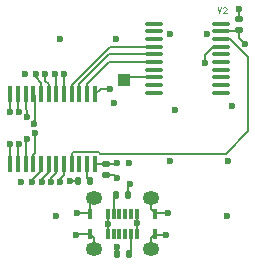
<source format=gbr>
%TF.GenerationSoftware,KiCad,Pcbnew,8.0.8*%
%TF.CreationDate,2025-09-03T22:29:27+08:00*%
%TF.ProjectId,FrekLedMini,4672656b-4c65-4644-9d69-6e692e6b6963,rev?*%
%TF.SameCoordinates,Original*%
%TF.FileFunction,Copper,L1,Top*%
%TF.FilePolarity,Positive*%
%FSLAX46Y46*%
G04 Gerber Fmt 4.6, Leading zero omitted, Abs format (unit mm)*
G04 Created by KiCad (PCBNEW 8.0.8) date 2025-09-03 22:29:27*
%MOMM*%
%LPD*%
G01*
G04 APERTURE LIST*
G04 Aperture macros list*
%AMRoundRect*
0 Rectangle with rounded corners*
0 $1 Rounding radius*
0 $2 $3 $4 $5 $6 $7 $8 $9 X,Y pos of 4 corners*
0 Add a 4 corners polygon primitive as box body*
4,1,4,$2,$3,$4,$5,$6,$7,$8,$9,$2,$3,0*
0 Add four circle primitives for the rounded corners*
1,1,$1+$1,$2,$3*
1,1,$1+$1,$4,$5*
1,1,$1+$1,$6,$7*
1,1,$1+$1,$8,$9*
0 Add four rect primitives between the rounded corners*
20,1,$1+$1,$2,$3,$4,$5,0*
20,1,$1+$1,$4,$5,$6,$7,0*
20,1,$1+$1,$6,$7,$8,$9,0*
20,1,$1+$1,$8,$9,$2,$3,0*%
G04 Aperture macros list end*
%ADD10C,0.080000*%
%TA.AperFunction,NonConductor*%
%ADD11C,0.080000*%
%TD*%
%TA.AperFunction,SMDPad,CuDef*%
%ADD12R,0.300000X0.870000*%
%TD*%
%TA.AperFunction,ComponentPad*%
%ADD13O,1.400000X1.150000*%
%TD*%
%TA.AperFunction,SMDPad,CuDef*%
%ADD14RoundRect,0.135000X-0.135000X-0.185000X0.135000X-0.185000X0.135000X0.185000X-0.135000X0.185000X0*%
%TD*%
%TA.AperFunction,SMDPad,CuDef*%
%ADD15RoundRect,0.140000X-0.170000X0.140000X-0.170000X-0.140000X0.170000X-0.140000X0.170000X0.140000X0*%
%TD*%
%TA.AperFunction,SMDPad,CuDef*%
%ADD16RoundRect,0.100000X0.637500X0.100000X-0.637500X0.100000X-0.637500X-0.100000X0.637500X-0.100000X0*%
%TD*%
%TA.AperFunction,SMDPad,CuDef*%
%ADD17RoundRect,0.135000X0.135000X0.185000X-0.135000X0.185000X-0.135000X-0.185000X0.135000X-0.185000X0*%
%TD*%
%TA.AperFunction,SMDPad,CuDef*%
%ADD18R,1.000000X1.000000*%
%TD*%
%TA.AperFunction,SMDPad,CuDef*%
%ADD19R,0.355600X1.358900*%
%TD*%
%TA.AperFunction,SMDPad,CuDef*%
%ADD20RoundRect,0.140000X0.170000X-0.140000X0.170000X0.140000X-0.170000X0.140000X-0.170000X-0.140000X0*%
%TD*%
%TA.AperFunction,ViaPad*%
%ADD21C,0.600000*%
%TD*%
%TA.AperFunction,Conductor*%
%ADD22C,0.200000*%
%TD*%
G04 APERTURE END LIST*
D10*
D11*
X119000250Y-100534649D02*
X119166916Y-101034649D01*
X119166916Y-101034649D02*
X119333583Y-100534649D01*
X119476440Y-100582268D02*
X119500249Y-100558459D01*
X119500249Y-100558459D02*
X119547868Y-100534649D01*
X119547868Y-100534649D02*
X119666916Y-100534649D01*
X119666916Y-100534649D02*
X119714535Y-100558459D01*
X119714535Y-100558459D02*
X119738344Y-100582268D01*
X119738344Y-100582268D02*
X119762154Y-100629887D01*
X119762154Y-100629887D02*
X119762154Y-100677506D01*
X119762154Y-100677506D02*
X119738344Y-100748935D01*
X119738344Y-100748935D02*
X119452630Y-101034649D01*
X119452630Y-101034649D02*
X119762154Y-101034649D01*
D12*
%TO.P,J1,A1,GND_A*%
%TO.N,GND*%
X113700000Y-119715000D03*
%TO.P,J1,A4,VBUS_A*%
%TO.N,+5V*%
X112200000Y-119715000D03*
%TO.P,J1,A5,CC1*%
%TO.N,/CC1*%
X111700000Y-119715000D03*
%TO.P,J1,A6,DP1*%
%TO.N,unconnected-(J1-DP1-PadA6)*%
X111200000Y-119715000D03*
%TO.P,J1,A7,DN1*%
%TO.N,unconnected-(J1-DN1-PadA7)*%
X110700000Y-119715000D03*
%TO.P,J1,A8,SBU1*%
%TO.N,unconnected-(J1-SBU1-PadA8)*%
X110200000Y-119715000D03*
%TO.P,J1,A9,VBUS_A__1*%
%TO.N,+5V*%
X109700000Y-119715000D03*
%TO.P,J1,A12,GND_A__1*%
%TO.N,GND*%
X108200000Y-119715000D03*
%TO.P,J1,B1,GND_B*%
X108200000Y-117985000D03*
%TO.P,J1,B4,VBUS_B*%
%TO.N,+5V*%
X109700000Y-117985000D03*
%TO.P,J1,B5,CC2*%
%TO.N,/CC2*%
X110200000Y-117985000D03*
%TO.P,J1,B6,DP2*%
%TO.N,unconnected-(J1-DP2-PadB6)*%
X110700000Y-117985000D03*
%TO.P,J1,B7,DN2*%
%TO.N,unconnected-(J1-DN2-PadB7)*%
X111200000Y-117985000D03*
%TO.P,J1,B8,SBU2*%
%TO.N,unconnected-(J1-SBU2-PadB8)*%
X111700000Y-117985000D03*
%TO.P,J1,B9,VBUS_B__1*%
%TO.N,+5V*%
X112200000Y-117985000D03*
%TO.P,J1,B12,GND_B__1*%
%TO.N,GND*%
X113700000Y-117985000D03*
D13*
%TO.P,J1,SH1,SHIELD*%
X113350000Y-121000000D03*
%TO.P,J1,SH2,SHIELD__1*%
X108550000Y-121000000D03*
%TO.P,J1,SH3,SHIELD__2*%
X113350000Y-116700000D03*
%TO.P,J1,SH4,SHIELD__3*%
X108550000Y-116700000D03*
%TD*%
D14*
%TO.P,R5,1*%
%TO.N,/CC2*%
X110380000Y-116400000D03*
%TO.P,R5,2*%
%TO.N,GND*%
X111400000Y-116400000D03*
%TD*%
D15*
%TO.P,C3,1*%
%TO.N,+5V*%
X109600000Y-113800000D03*
%TO.P,C3,2*%
%TO.N,GND*%
X109600000Y-114760000D03*
%TD*%
D16*
%TO.P,U1,1,PD4_A7_T2AETR2*%
%TO.N,unconnected-(U1-PD4_A7_T2AETR2-Pad1)*%
X119325000Y-107750000D03*
%TO.P,U1,2,PD5_A5_UART_TX*%
%TO.N,unconnected-(U1-PD5_A5_UART_TX-Pad2)*%
X119325000Y-107100000D03*
%TO.P,U1,3,PD6_A6_UART_RX*%
%TO.N,unconnected-(U1-PD6_A6_UART_RX-Pad3)*%
X119325000Y-106450000D03*
%TO.P,U1,4,PD7_NRST_T2CH4*%
%TO.N,unconnected-(U1-PD7_NRST_T2CH4-Pad4)*%
X119325000Y-105800000D03*
%TO.P,U1,5,PA1_A1_T1CH2_OSCI*%
%TO.N,unconnected-(U1-PA1_A1_T1CH2_OSCI-Pad5)*%
X119325000Y-105150000D03*
%TO.P,U1,6,PA2_A0_T1CH2N_OSCO*%
%TO.N,unconnected-(U1-PA2_A0_T1CH2N_OSCO-Pad6)*%
X119325000Y-104500000D03*
%TO.P,U1,7,vss*%
%TO.N,GND*%
X119325000Y-103850000D03*
%TO.P,U1,8,PD0_T1CH1N*%
%TO.N,/EN*%
X119325000Y-103200000D03*
%TO.P,U1,9,VDD*%
%TO.N,+5V*%
X119325000Y-102550000D03*
%TO.P,U1,10,PC0_T2CH3*%
%TO.N,unconnected-(U1-PC0_T2CH3-Pad10)*%
X119325000Y-101900000D03*
%TO.P,U1,11,PC1_SDA*%
%TO.N,unconnected-(U1-PC1_SDA-Pad11)*%
X113600000Y-101900000D03*
%TO.P,U1,12,PC2_SCL*%
%TO.N,unconnected-(U1-PC2_SCL-Pad12)*%
X113600000Y-102550000D03*
%TO.P,U1,13,PC3*%
%TO.N,unconnected-(U1-PC3-Pad13)*%
X113600000Y-103200000D03*
%TO.P,U1,14,PC4_A2_T1CH4*%
%TO.N,/SCKLA*%
X113600000Y-103850000D03*
%TO.P,U1,15,PC5_SCK*%
%TO.N,/SCK*%
X113600000Y-104500000D03*
%TO.P,U1,16,PC6_MOSI*%
%TO.N,/MOSI*%
X113600000Y-105150000D03*
%TO.P,U1,17,PC7_MISO*%
%TO.N,unconnected-(U1-PC7_MISO-Pad17)*%
X113600000Y-105800000D03*
%TO.P,U1,18,SWIO&PD1_T1CH3N*%
%TO.N,/SWIO_TP*%
X113600000Y-106450000D03*
%TO.P,U1,19,PD2_A3_T2CH1*%
%TO.N,unconnected-(U1-PD2_A3_T2CH1-Pad19)*%
X113600000Y-107100000D03*
%TO.P,U1,20,PD2_A4_T1CH2*%
%TO.N,unconnected-(U1-PD2_A4_T1CH2-Pad20)*%
X113600000Y-107750000D03*
%TD*%
D17*
%TO.P,R1,1*%
%TO.N,/R_EXT*%
X108200000Y-115200000D03*
%TO.P,R1,2*%
%TO.N,GND*%
X107180000Y-115200000D03*
%TD*%
D18*
%TO.P,TP1,1,1*%
%TO.N,/SWIO_TP*%
X111100000Y-106700000D03*
%TD*%
D19*
%TO.P,U2,1,GND*%
%TO.N,GND*%
X108599916Y-107900000D03*
%TO.P,U2,2,SDI*%
%TO.N,/MOSI*%
X107949930Y-107900000D03*
%TO.P,U2,3,CLK*%
%TO.N,/SCK*%
X107299944Y-107900000D03*
%TO.P,U2,4,LE*%
%TO.N,/SCKLA*%
X106649958Y-107900000D03*
%TO.P,U2,5,OUT0*%
%TO.N,/LED1*%
X105999972Y-107900000D03*
%TO.P,U2,6,OUT1*%
%TO.N,/LED2*%
X105349986Y-107900000D03*
%TO.P,U2,7,OUT2*%
%TO.N,/LED3*%
X104700000Y-107900000D03*
%TO.P,U2,8,OUT3*%
%TO.N,/LED4*%
X104050014Y-107900000D03*
%TO.P,U2,9,OUT4*%
%TO.N,/LED5*%
X103400028Y-107900000D03*
%TO.P,U2,10,OUT5*%
%TO.N,/LED6*%
X102750042Y-107900000D03*
%TO.P,U2,11,OUT6*%
%TO.N,/LED7*%
X102100056Y-107900000D03*
%TO.P,U2,12,OUT7*%
%TO.N,/LED8*%
X101450070Y-107900000D03*
%TO.P,U2,13,OUT8*%
%TO.N,/LED9*%
X101450070Y-113754700D03*
%TO.P,U2,14,OUT9*%
%TO.N,/LED10*%
X102100056Y-113754700D03*
%TO.P,U2,15,OUT10*%
%TO.N,/LED11*%
X102750042Y-113754700D03*
%TO.P,U2,16,OUT11*%
%TO.N,/LED12*%
X103400028Y-113754700D03*
%TO.P,U2,17,OUT12*%
%TO.N,/LED13*%
X104050014Y-113754700D03*
%TO.P,U2,18,OUT13*%
%TO.N,/LED14*%
X104700000Y-113754700D03*
%TO.P,U2,19,OUT14*%
%TO.N,/LED15*%
X105349986Y-113754700D03*
%TO.P,U2,20,OUT15*%
%TO.N,/LED16*%
X105999972Y-113754700D03*
%TO.P,U2,21,OE*%
%TO.N,/EN*%
X106649958Y-113754700D03*
%TO.P,U2,22,SDO*%
%TO.N,unconnected-(U2A-SDO-Pad22)*%
X107299944Y-113754700D03*
%TO.P,U2,23,R-EXT*%
%TO.N,/R_EXT*%
X107949930Y-113754700D03*
%TO.P,U2,24,VDD*%
%TO.N,+5V*%
X108599916Y-113754700D03*
%TD*%
D17*
%TO.P,R4,2*%
%TO.N,GND*%
X110480000Y-121400000D03*
%TO.P,R4,1*%
%TO.N,/CC1*%
X111500000Y-121400000D03*
%TD*%
D20*
%TO.P,C1,1*%
%TO.N,+5V*%
X120800000Y-102460000D03*
%TO.P,C1,2*%
%TO.N,GND*%
X120800000Y-101500000D03*
%TD*%
D21*
%TO.N,GND*%
X110500000Y-120800000D03*
X111600000Y-115500000D03*
%TO.N,+5V*%
X110500000Y-113700000D03*
X111500000Y-113700000D03*
X112200000Y-118800000D03*
X105350000Y-118200000D03*
X102700000Y-106200000D03*
X110400000Y-103200000D03*
X119900000Y-113500000D03*
X110200000Y-108600000D03*
X115000000Y-113500000D03*
X115000000Y-102800000D03*
X120200000Y-108900000D03*
X109700000Y-118900000D03*
X118100000Y-102800000D03*
X105700000Y-103200000D03*
X102400000Y-115300000D03*
X115400000Y-109200000D03*
X119800000Y-118200000D03*
X121305514Y-103594486D03*
%TO.N,GND*%
X106500000Y-115200000D03*
X114600000Y-119800000D03*
X107000000Y-119800000D03*
X114800000Y-117900000D03*
X117900000Y-105200000D03*
X120800000Y-100700000D03*
X110500000Y-115000000D03*
X109900000Y-107400000D03*
X107100000Y-117900000D03*
%TO.N,/LED1*%
X106000000Y-106200000D03*
%TO.N,/LED2*%
X105200000Y-106200000D03*
%TO.N,/LED3*%
X104400000Y-106200000D03*
%TO.N,/LED4*%
X103600000Y-106200000D03*
%TO.N,/LED5*%
X103487349Y-110363784D03*
%TO.N,/LED6*%
X102910002Y-109810002D03*
%TO.N,/LED7*%
X102200000Y-109400000D03*
%TO.N,/LED8*%
X101400000Y-109400000D03*
%TO.N,/LED9*%
X101400000Y-112100000D03*
%TO.N,/LED10*%
X102200000Y-112100000D03*
%TO.N,/LED11*%
X102862228Y-111637772D03*
%TO.N,/LED12*%
X103506525Y-111163557D03*
%TO.N,/LED13*%
X103299988Y-115300000D03*
%TO.N,/LED14*%
X104099991Y-115300000D03*
%TO.N,/LED15*%
X104900000Y-115300000D03*
%TO.N,/LED16*%
X105700000Y-115300000D03*
%TD*%
D22*
%TO.N,GND*%
X110480000Y-120820000D02*
X110500000Y-120800000D01*
X110480000Y-121400000D02*
X110480000Y-120820000D01*
X110480000Y-120820000D02*
X110480000Y-121500000D01*
%TO.N,/CC2*%
X110200000Y-116580000D02*
X110380000Y-116400000D01*
X110200000Y-117985000D02*
X110200000Y-116580000D01*
%TO.N,GND*%
X111400000Y-116600000D02*
X111400000Y-115700000D01*
X111400000Y-115700000D02*
X111600000Y-115500000D01*
X113785000Y-119800000D02*
X113700000Y-119715000D01*
X114600000Y-119800000D02*
X113785000Y-119800000D01*
X107000000Y-119800000D02*
X107085000Y-119715000D01*
X107085000Y-119715000D02*
X108200000Y-119715000D01*
%TO.N,+5V*%
X112200000Y-117985000D02*
X112200000Y-118800000D01*
X109700000Y-119715000D02*
X109700000Y-118900000D01*
X109700000Y-118900000D02*
X109700000Y-117985000D01*
X112200000Y-118800000D02*
X112200000Y-119715000D01*
%TO.N,/CC1*%
X111700000Y-121300000D02*
X111500000Y-121500000D01*
X111700000Y-119715000D02*
X111700000Y-121300000D01*
%TO.N,+5V*%
X108599916Y-113754700D02*
X109554700Y-113754700D01*
X110400000Y-113800000D02*
X109600000Y-113800000D01*
X110500000Y-113700000D02*
X110400000Y-113800000D01*
X120800000Y-102460000D02*
X120800000Y-103088972D01*
X120710000Y-102550000D02*
X120800000Y-102460000D01*
X119325000Y-102550000D02*
X120710000Y-102550000D01*
X120800000Y-103088972D02*
X121305514Y-103594486D01*
X109554700Y-113754700D02*
X109600000Y-113800000D01*
%TO.N,GND*%
X108115000Y-117900000D02*
X108200000Y-117985000D01*
X107100000Y-117900000D02*
X108115000Y-117900000D01*
X118587501Y-103850000D02*
X117900000Y-104537501D01*
X113350000Y-120065000D02*
X113700000Y-119715000D01*
X108200000Y-117985000D02*
X108200000Y-117050000D01*
X109099916Y-107400000D02*
X108599916Y-107900000D01*
X108200000Y-117050000D02*
X108550000Y-116700000D01*
X114800000Y-117900000D02*
X113785000Y-117900000D01*
X108550000Y-120065000D02*
X108200000Y-119715000D01*
X106500000Y-115200000D02*
X107090000Y-115200000D01*
X120800000Y-101300000D02*
X120800000Y-100700000D01*
X110500000Y-115000000D02*
X110260000Y-114760000D01*
X110260000Y-114760000D02*
X109600000Y-114760000D01*
X109900000Y-107400000D02*
X109099916Y-107400000D01*
X113350000Y-117635000D02*
X113700000Y-117985000D01*
X108550000Y-121000000D02*
X108550000Y-120065000D01*
X119325000Y-103850000D02*
X118587501Y-103850000D01*
X113350000Y-116700000D02*
X113350000Y-117635000D01*
X117900000Y-104537501D02*
X117900000Y-105200000D01*
X113350000Y-121000000D02*
X113350000Y-120065000D01*
X113785000Y-117900000D02*
X113700000Y-117985000D01*
%TO.N,/EN*%
X121600000Y-104737501D02*
X120062499Y-103200000D01*
X109057716Y-112900000D02*
X119700000Y-112900000D01*
X106802144Y-112795250D02*
X108952966Y-112795250D01*
X106649958Y-112947436D02*
X106802144Y-112795250D01*
X119700000Y-112900000D02*
X121600000Y-111000000D01*
X121600000Y-111000000D02*
X121600000Y-104737501D01*
X120062499Y-103200000D02*
X119325000Y-103200000D01*
X108952966Y-112795250D02*
X109057716Y-112900000D01*
X106649958Y-113754700D02*
X106649958Y-112947436D01*
%TO.N,/SCK*%
X109800000Y-104500000D02*
X107299944Y-107000056D01*
X113900000Y-104500000D02*
X109800000Y-104500000D01*
X107299944Y-107000056D02*
X107299944Y-107900000D01*
%TO.N,/MOSI*%
X113900000Y-105150000D02*
X109820480Y-105150000D01*
X109820480Y-105150000D02*
X107949930Y-107020550D01*
X107949930Y-107020550D02*
X107949930Y-107900000D01*
%TO.N,/SCKLA*%
X109884314Y-103850000D02*
X106649958Y-107084356D01*
X113900000Y-103850000D02*
X109884314Y-103850000D01*
X106649958Y-107084356D02*
X106649958Y-107900000D01*
%TO.N,/LED1*%
X105999972Y-107900000D02*
X105999972Y-106200028D01*
X105999972Y-106200028D02*
X106000000Y-106200000D01*
%TO.N,/LED2*%
X105349986Y-107900000D02*
X105349986Y-106349986D01*
X105349986Y-106349986D02*
X105200000Y-106200000D01*
%TO.N,/LED3*%
X104700000Y-107900000D02*
X104700000Y-107020550D01*
X104400000Y-106720550D02*
X104400000Y-106200000D01*
X104700000Y-107020550D02*
X104400000Y-106720550D01*
%TO.N,/LED4*%
X104050014Y-107900000D02*
X104050014Y-106907966D01*
X104050014Y-106907966D02*
X103600000Y-106457952D01*
X103600000Y-106457952D02*
X103600000Y-106200000D01*
%TO.N,/LED5*%
X103487349Y-110363784D02*
X103487349Y-110081184D01*
X103510002Y-108009974D02*
X103400028Y-107900000D01*
X103487349Y-110081184D02*
X103510002Y-110058531D01*
X103510002Y-110058531D02*
X103510002Y-108009974D01*
%TO.N,/LED6*%
X102910002Y-109810002D02*
X102910002Y-109261473D01*
X102910002Y-109261473D02*
X102750042Y-109101513D01*
X102750042Y-109101513D02*
X102750042Y-107900000D01*
%TO.N,/LED7*%
X102100056Y-107900000D02*
X102100056Y-109300056D01*
X102100056Y-109300056D02*
X102200000Y-109400000D01*
%TO.N,/LED8*%
X101450070Y-109349930D02*
X101400000Y-109400000D01*
X101450070Y-107900000D02*
X101450070Y-109349930D01*
%TO.N,/LED9*%
X101450070Y-113754700D02*
X101450070Y-112150070D01*
X101450070Y-112150070D02*
X101400000Y-112100000D01*
%TO.N,/LED10*%
X102100056Y-112199944D02*
X102200000Y-112100000D01*
X102100056Y-113754700D02*
X102100056Y-112199944D01*
%TO.N,/LED11*%
X102862228Y-111789243D02*
X102800000Y-111851471D01*
X102800000Y-111851471D02*
X102800000Y-112348529D01*
X102862228Y-111637772D02*
X102862228Y-111789243D01*
X102750042Y-112398487D02*
X102750042Y-113754700D01*
X102800000Y-112348529D02*
X102750042Y-112398487D01*
%TO.N,/LED12*%
X103506525Y-112880939D02*
X103400028Y-112987436D01*
X103400028Y-112987436D02*
X103400028Y-113754700D01*
X103506525Y-111163557D02*
X103506525Y-112880939D01*
%TO.N,/LED13*%
X103299988Y-115151474D02*
X104050014Y-114401448D01*
X104050014Y-114401448D02*
X104050014Y-113754700D01*
X103299988Y-115300000D02*
X103299988Y-115151474D01*
%TO.N,/LED14*%
X104099991Y-115300000D02*
X104099991Y-115051474D01*
X104700000Y-114451465D02*
X104700000Y-113754700D01*
X104099991Y-115051474D02*
X104700000Y-114451465D01*
%TO.N,/LED15*%
X104900000Y-114971950D02*
X105349986Y-114521964D01*
X104900000Y-115300000D02*
X104900000Y-114971950D01*
X105349986Y-114521964D02*
X105349986Y-113754700D01*
%TO.N,/LED16*%
X105700000Y-115300000D02*
X105700000Y-115051471D01*
X105700000Y-115051471D02*
X105999972Y-114751499D01*
X105999972Y-114751499D02*
X105999972Y-113754700D01*
%TO.N,/R_EXT*%
X107949930Y-114949930D02*
X108200000Y-115200000D01*
X107949930Y-113754700D02*
X107949930Y-114949930D01*
%TO.N,/SWIO_TP*%
X111350000Y-106450000D02*
X111100000Y-106700000D01*
X113600000Y-106450000D02*
X111350000Y-106450000D01*
%TD*%
M02*

</source>
